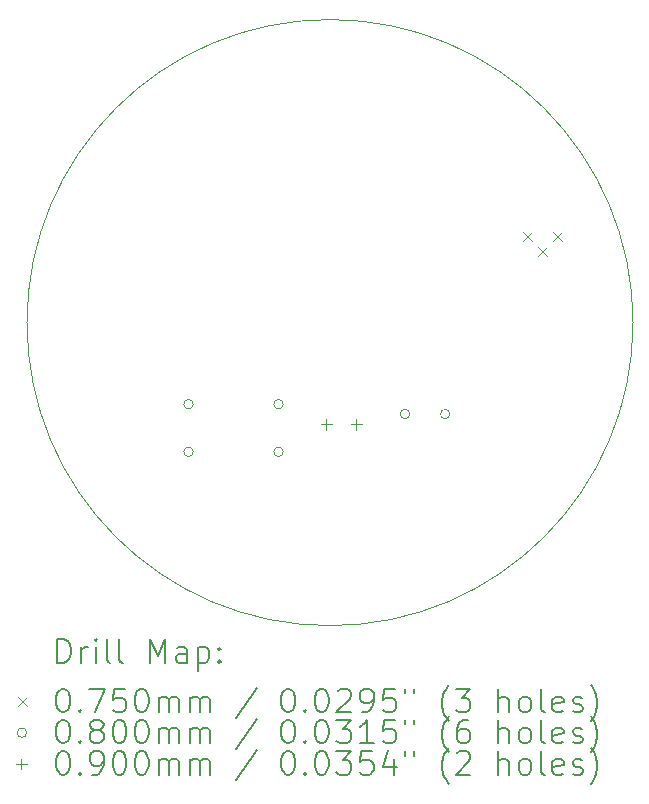
<source format=gbr>
%TF.GenerationSoftware,KiCad,Pcbnew,9.0.1*%
%TF.CreationDate,2025-06-30T22:23:46+05:30*%
%TF.ProjectId,solder,736f6c64-6572-42e6-9b69-6361645f7063,rev?*%
%TF.SameCoordinates,Original*%
%TF.FileFunction,Drillmap*%
%TF.FilePolarity,Positive*%
%FSLAX45Y45*%
G04 Gerber Fmt 4.5, Leading zero omitted, Abs format (unit mm)*
G04 Created by KiCad (PCBNEW 9.0.1) date 2025-06-30 22:23:46*
%MOMM*%
%LPD*%
G01*
G04 APERTURE LIST*
%ADD10C,0.050000*%
%ADD11C,0.200000*%
%ADD12C,0.100000*%
G04 APERTURE END LIST*
D10*
X15665638Y-7100000D02*
G75*
G02*
X10534362Y-7100000I-2565638J0D01*
G01*
X10534362Y-7100000D02*
G75*
G02*
X15665638Y-7100000I2565638J0D01*
G01*
D11*
D12*
X14735500Y-6335500D02*
X14810500Y-6410500D01*
X14810500Y-6335500D02*
X14735500Y-6410500D01*
X14862500Y-6462500D02*
X14937500Y-6537500D01*
X14937500Y-6462500D02*
X14862500Y-6537500D01*
X14989500Y-6335500D02*
X15064500Y-6410500D01*
X15064500Y-6335500D02*
X14989500Y-6410500D01*
X11942000Y-7790000D02*
G75*
G02*
X11862000Y-7790000I-40000J0D01*
G01*
X11862000Y-7790000D02*
G75*
G02*
X11942000Y-7790000I40000J0D01*
G01*
X11942000Y-8195000D02*
G75*
G02*
X11862000Y-8195000I-40000J0D01*
G01*
X11862000Y-8195000D02*
G75*
G02*
X11942000Y-8195000I40000J0D01*
G01*
X12704000Y-7790000D02*
G75*
G02*
X12624000Y-7790000I-40000J0D01*
G01*
X12624000Y-7790000D02*
G75*
G02*
X12704000Y-7790000I40000J0D01*
G01*
X12704000Y-8195000D02*
G75*
G02*
X12624000Y-8195000I-40000J0D01*
G01*
X12624000Y-8195000D02*
G75*
G02*
X12704000Y-8195000I40000J0D01*
G01*
X13775000Y-7875000D02*
G75*
G02*
X13695000Y-7875000I-40000J0D01*
G01*
X13695000Y-7875000D02*
G75*
G02*
X13775000Y-7875000I40000J0D01*
G01*
X14115000Y-7875000D02*
G75*
G02*
X14035000Y-7875000I-40000J0D01*
G01*
X14035000Y-7875000D02*
G75*
G02*
X14115000Y-7875000I40000J0D01*
G01*
X13068000Y-7916000D02*
X13068000Y-8006000D01*
X13023000Y-7961000D02*
X13113000Y-7961000D01*
X13322000Y-7916000D02*
X13322000Y-8006000D01*
X13277000Y-7961000D02*
X13367000Y-7961000D01*
D11*
X10792639Y-9979622D02*
X10792639Y-9779622D01*
X10792639Y-9779622D02*
X10840258Y-9779622D01*
X10840258Y-9779622D02*
X10868829Y-9789146D01*
X10868829Y-9789146D02*
X10887877Y-9808194D01*
X10887877Y-9808194D02*
X10897400Y-9827241D01*
X10897400Y-9827241D02*
X10906924Y-9865336D01*
X10906924Y-9865336D02*
X10906924Y-9893908D01*
X10906924Y-9893908D02*
X10897400Y-9932003D01*
X10897400Y-9932003D02*
X10887877Y-9951051D01*
X10887877Y-9951051D02*
X10868829Y-9970098D01*
X10868829Y-9970098D02*
X10840258Y-9979622D01*
X10840258Y-9979622D02*
X10792639Y-9979622D01*
X10992639Y-9979622D02*
X10992639Y-9846289D01*
X10992639Y-9884384D02*
X11002162Y-9865336D01*
X11002162Y-9865336D02*
X11011686Y-9855813D01*
X11011686Y-9855813D02*
X11030734Y-9846289D01*
X11030734Y-9846289D02*
X11049781Y-9846289D01*
X11116448Y-9979622D02*
X11116448Y-9846289D01*
X11116448Y-9779622D02*
X11106924Y-9789146D01*
X11106924Y-9789146D02*
X11116448Y-9798670D01*
X11116448Y-9798670D02*
X11125972Y-9789146D01*
X11125972Y-9789146D02*
X11116448Y-9779622D01*
X11116448Y-9779622D02*
X11116448Y-9798670D01*
X11240257Y-9979622D02*
X11221210Y-9970098D01*
X11221210Y-9970098D02*
X11211686Y-9951051D01*
X11211686Y-9951051D02*
X11211686Y-9779622D01*
X11345019Y-9979622D02*
X11325972Y-9970098D01*
X11325972Y-9970098D02*
X11316448Y-9951051D01*
X11316448Y-9951051D02*
X11316448Y-9779622D01*
X11573591Y-9979622D02*
X11573591Y-9779622D01*
X11573591Y-9779622D02*
X11640258Y-9922479D01*
X11640258Y-9922479D02*
X11706924Y-9779622D01*
X11706924Y-9779622D02*
X11706924Y-9979622D01*
X11887877Y-9979622D02*
X11887877Y-9874860D01*
X11887877Y-9874860D02*
X11878353Y-9855813D01*
X11878353Y-9855813D02*
X11859305Y-9846289D01*
X11859305Y-9846289D02*
X11821210Y-9846289D01*
X11821210Y-9846289D02*
X11802162Y-9855813D01*
X11887877Y-9970098D02*
X11868829Y-9979622D01*
X11868829Y-9979622D02*
X11821210Y-9979622D01*
X11821210Y-9979622D02*
X11802162Y-9970098D01*
X11802162Y-9970098D02*
X11792638Y-9951051D01*
X11792638Y-9951051D02*
X11792638Y-9932003D01*
X11792638Y-9932003D02*
X11802162Y-9912955D01*
X11802162Y-9912955D02*
X11821210Y-9903432D01*
X11821210Y-9903432D02*
X11868829Y-9903432D01*
X11868829Y-9903432D02*
X11887877Y-9893908D01*
X11983115Y-9846289D02*
X11983115Y-10046289D01*
X11983115Y-9855813D02*
X12002162Y-9846289D01*
X12002162Y-9846289D02*
X12040258Y-9846289D01*
X12040258Y-9846289D02*
X12059305Y-9855813D01*
X12059305Y-9855813D02*
X12068829Y-9865336D01*
X12068829Y-9865336D02*
X12078353Y-9884384D01*
X12078353Y-9884384D02*
X12078353Y-9941527D01*
X12078353Y-9941527D02*
X12068829Y-9960574D01*
X12068829Y-9960574D02*
X12059305Y-9970098D01*
X12059305Y-9970098D02*
X12040258Y-9979622D01*
X12040258Y-9979622D02*
X12002162Y-9979622D01*
X12002162Y-9979622D02*
X11983115Y-9970098D01*
X12164067Y-9960574D02*
X12173591Y-9970098D01*
X12173591Y-9970098D02*
X12164067Y-9979622D01*
X12164067Y-9979622D02*
X12154543Y-9970098D01*
X12154543Y-9970098D02*
X12164067Y-9960574D01*
X12164067Y-9960574D02*
X12164067Y-9979622D01*
X12164067Y-9855813D02*
X12173591Y-9865336D01*
X12173591Y-9865336D02*
X12164067Y-9874860D01*
X12164067Y-9874860D02*
X12154543Y-9865336D01*
X12154543Y-9865336D02*
X12164067Y-9855813D01*
X12164067Y-9855813D02*
X12164067Y-9874860D01*
D12*
X10456862Y-10270638D02*
X10531862Y-10345638D01*
X10531862Y-10270638D02*
X10456862Y-10345638D01*
D11*
X10830734Y-10199622D02*
X10849781Y-10199622D01*
X10849781Y-10199622D02*
X10868829Y-10209146D01*
X10868829Y-10209146D02*
X10878353Y-10218670D01*
X10878353Y-10218670D02*
X10887877Y-10237717D01*
X10887877Y-10237717D02*
X10897400Y-10275813D01*
X10897400Y-10275813D02*
X10897400Y-10323432D01*
X10897400Y-10323432D02*
X10887877Y-10361527D01*
X10887877Y-10361527D02*
X10878353Y-10380574D01*
X10878353Y-10380574D02*
X10868829Y-10390098D01*
X10868829Y-10390098D02*
X10849781Y-10399622D01*
X10849781Y-10399622D02*
X10830734Y-10399622D01*
X10830734Y-10399622D02*
X10811686Y-10390098D01*
X10811686Y-10390098D02*
X10802162Y-10380574D01*
X10802162Y-10380574D02*
X10792639Y-10361527D01*
X10792639Y-10361527D02*
X10783115Y-10323432D01*
X10783115Y-10323432D02*
X10783115Y-10275813D01*
X10783115Y-10275813D02*
X10792639Y-10237717D01*
X10792639Y-10237717D02*
X10802162Y-10218670D01*
X10802162Y-10218670D02*
X10811686Y-10209146D01*
X10811686Y-10209146D02*
X10830734Y-10199622D01*
X10983115Y-10380574D02*
X10992639Y-10390098D01*
X10992639Y-10390098D02*
X10983115Y-10399622D01*
X10983115Y-10399622D02*
X10973591Y-10390098D01*
X10973591Y-10390098D02*
X10983115Y-10380574D01*
X10983115Y-10380574D02*
X10983115Y-10399622D01*
X11059305Y-10199622D02*
X11192638Y-10199622D01*
X11192638Y-10199622D02*
X11106924Y-10399622D01*
X11364067Y-10199622D02*
X11268829Y-10199622D01*
X11268829Y-10199622D02*
X11259305Y-10294860D01*
X11259305Y-10294860D02*
X11268829Y-10285336D01*
X11268829Y-10285336D02*
X11287877Y-10275813D01*
X11287877Y-10275813D02*
X11335496Y-10275813D01*
X11335496Y-10275813D02*
X11354543Y-10285336D01*
X11354543Y-10285336D02*
X11364067Y-10294860D01*
X11364067Y-10294860D02*
X11373591Y-10313908D01*
X11373591Y-10313908D02*
X11373591Y-10361527D01*
X11373591Y-10361527D02*
X11364067Y-10380574D01*
X11364067Y-10380574D02*
X11354543Y-10390098D01*
X11354543Y-10390098D02*
X11335496Y-10399622D01*
X11335496Y-10399622D02*
X11287877Y-10399622D01*
X11287877Y-10399622D02*
X11268829Y-10390098D01*
X11268829Y-10390098D02*
X11259305Y-10380574D01*
X11497400Y-10199622D02*
X11516448Y-10199622D01*
X11516448Y-10199622D02*
X11535496Y-10209146D01*
X11535496Y-10209146D02*
X11545019Y-10218670D01*
X11545019Y-10218670D02*
X11554543Y-10237717D01*
X11554543Y-10237717D02*
X11564067Y-10275813D01*
X11564067Y-10275813D02*
X11564067Y-10323432D01*
X11564067Y-10323432D02*
X11554543Y-10361527D01*
X11554543Y-10361527D02*
X11545019Y-10380574D01*
X11545019Y-10380574D02*
X11535496Y-10390098D01*
X11535496Y-10390098D02*
X11516448Y-10399622D01*
X11516448Y-10399622D02*
X11497400Y-10399622D01*
X11497400Y-10399622D02*
X11478353Y-10390098D01*
X11478353Y-10390098D02*
X11468829Y-10380574D01*
X11468829Y-10380574D02*
X11459305Y-10361527D01*
X11459305Y-10361527D02*
X11449781Y-10323432D01*
X11449781Y-10323432D02*
X11449781Y-10275813D01*
X11449781Y-10275813D02*
X11459305Y-10237717D01*
X11459305Y-10237717D02*
X11468829Y-10218670D01*
X11468829Y-10218670D02*
X11478353Y-10209146D01*
X11478353Y-10209146D02*
X11497400Y-10199622D01*
X11649781Y-10399622D02*
X11649781Y-10266289D01*
X11649781Y-10285336D02*
X11659305Y-10275813D01*
X11659305Y-10275813D02*
X11678353Y-10266289D01*
X11678353Y-10266289D02*
X11706924Y-10266289D01*
X11706924Y-10266289D02*
X11725972Y-10275813D01*
X11725972Y-10275813D02*
X11735496Y-10294860D01*
X11735496Y-10294860D02*
X11735496Y-10399622D01*
X11735496Y-10294860D02*
X11745019Y-10275813D01*
X11745019Y-10275813D02*
X11764067Y-10266289D01*
X11764067Y-10266289D02*
X11792638Y-10266289D01*
X11792638Y-10266289D02*
X11811686Y-10275813D01*
X11811686Y-10275813D02*
X11821210Y-10294860D01*
X11821210Y-10294860D02*
X11821210Y-10399622D01*
X11916448Y-10399622D02*
X11916448Y-10266289D01*
X11916448Y-10285336D02*
X11925972Y-10275813D01*
X11925972Y-10275813D02*
X11945019Y-10266289D01*
X11945019Y-10266289D02*
X11973591Y-10266289D01*
X11973591Y-10266289D02*
X11992639Y-10275813D01*
X11992639Y-10275813D02*
X12002162Y-10294860D01*
X12002162Y-10294860D02*
X12002162Y-10399622D01*
X12002162Y-10294860D02*
X12011686Y-10275813D01*
X12011686Y-10275813D02*
X12030734Y-10266289D01*
X12030734Y-10266289D02*
X12059305Y-10266289D01*
X12059305Y-10266289D02*
X12078353Y-10275813D01*
X12078353Y-10275813D02*
X12087877Y-10294860D01*
X12087877Y-10294860D02*
X12087877Y-10399622D01*
X12478353Y-10190098D02*
X12306924Y-10447241D01*
X12735496Y-10199622D02*
X12754543Y-10199622D01*
X12754543Y-10199622D02*
X12773591Y-10209146D01*
X12773591Y-10209146D02*
X12783115Y-10218670D01*
X12783115Y-10218670D02*
X12792639Y-10237717D01*
X12792639Y-10237717D02*
X12802162Y-10275813D01*
X12802162Y-10275813D02*
X12802162Y-10323432D01*
X12802162Y-10323432D02*
X12792639Y-10361527D01*
X12792639Y-10361527D02*
X12783115Y-10380574D01*
X12783115Y-10380574D02*
X12773591Y-10390098D01*
X12773591Y-10390098D02*
X12754543Y-10399622D01*
X12754543Y-10399622D02*
X12735496Y-10399622D01*
X12735496Y-10399622D02*
X12716448Y-10390098D01*
X12716448Y-10390098D02*
X12706924Y-10380574D01*
X12706924Y-10380574D02*
X12697401Y-10361527D01*
X12697401Y-10361527D02*
X12687877Y-10323432D01*
X12687877Y-10323432D02*
X12687877Y-10275813D01*
X12687877Y-10275813D02*
X12697401Y-10237717D01*
X12697401Y-10237717D02*
X12706924Y-10218670D01*
X12706924Y-10218670D02*
X12716448Y-10209146D01*
X12716448Y-10209146D02*
X12735496Y-10199622D01*
X12887877Y-10380574D02*
X12897401Y-10390098D01*
X12897401Y-10390098D02*
X12887877Y-10399622D01*
X12887877Y-10399622D02*
X12878353Y-10390098D01*
X12878353Y-10390098D02*
X12887877Y-10380574D01*
X12887877Y-10380574D02*
X12887877Y-10399622D01*
X13021210Y-10199622D02*
X13040258Y-10199622D01*
X13040258Y-10199622D02*
X13059305Y-10209146D01*
X13059305Y-10209146D02*
X13068829Y-10218670D01*
X13068829Y-10218670D02*
X13078353Y-10237717D01*
X13078353Y-10237717D02*
X13087877Y-10275813D01*
X13087877Y-10275813D02*
X13087877Y-10323432D01*
X13087877Y-10323432D02*
X13078353Y-10361527D01*
X13078353Y-10361527D02*
X13068829Y-10380574D01*
X13068829Y-10380574D02*
X13059305Y-10390098D01*
X13059305Y-10390098D02*
X13040258Y-10399622D01*
X13040258Y-10399622D02*
X13021210Y-10399622D01*
X13021210Y-10399622D02*
X13002162Y-10390098D01*
X13002162Y-10390098D02*
X12992639Y-10380574D01*
X12992639Y-10380574D02*
X12983115Y-10361527D01*
X12983115Y-10361527D02*
X12973591Y-10323432D01*
X12973591Y-10323432D02*
X12973591Y-10275813D01*
X12973591Y-10275813D02*
X12983115Y-10237717D01*
X12983115Y-10237717D02*
X12992639Y-10218670D01*
X12992639Y-10218670D02*
X13002162Y-10209146D01*
X13002162Y-10209146D02*
X13021210Y-10199622D01*
X13164067Y-10218670D02*
X13173591Y-10209146D01*
X13173591Y-10209146D02*
X13192639Y-10199622D01*
X13192639Y-10199622D02*
X13240258Y-10199622D01*
X13240258Y-10199622D02*
X13259305Y-10209146D01*
X13259305Y-10209146D02*
X13268829Y-10218670D01*
X13268829Y-10218670D02*
X13278353Y-10237717D01*
X13278353Y-10237717D02*
X13278353Y-10256765D01*
X13278353Y-10256765D02*
X13268829Y-10285336D01*
X13268829Y-10285336D02*
X13154543Y-10399622D01*
X13154543Y-10399622D02*
X13278353Y-10399622D01*
X13373591Y-10399622D02*
X13411686Y-10399622D01*
X13411686Y-10399622D02*
X13430734Y-10390098D01*
X13430734Y-10390098D02*
X13440258Y-10380574D01*
X13440258Y-10380574D02*
X13459305Y-10352003D01*
X13459305Y-10352003D02*
X13468829Y-10313908D01*
X13468829Y-10313908D02*
X13468829Y-10237717D01*
X13468829Y-10237717D02*
X13459305Y-10218670D01*
X13459305Y-10218670D02*
X13449782Y-10209146D01*
X13449782Y-10209146D02*
X13430734Y-10199622D01*
X13430734Y-10199622D02*
X13392639Y-10199622D01*
X13392639Y-10199622D02*
X13373591Y-10209146D01*
X13373591Y-10209146D02*
X13364067Y-10218670D01*
X13364067Y-10218670D02*
X13354543Y-10237717D01*
X13354543Y-10237717D02*
X13354543Y-10285336D01*
X13354543Y-10285336D02*
X13364067Y-10304384D01*
X13364067Y-10304384D02*
X13373591Y-10313908D01*
X13373591Y-10313908D02*
X13392639Y-10323432D01*
X13392639Y-10323432D02*
X13430734Y-10323432D01*
X13430734Y-10323432D02*
X13449782Y-10313908D01*
X13449782Y-10313908D02*
X13459305Y-10304384D01*
X13459305Y-10304384D02*
X13468829Y-10285336D01*
X13649782Y-10199622D02*
X13554543Y-10199622D01*
X13554543Y-10199622D02*
X13545020Y-10294860D01*
X13545020Y-10294860D02*
X13554543Y-10285336D01*
X13554543Y-10285336D02*
X13573591Y-10275813D01*
X13573591Y-10275813D02*
X13621210Y-10275813D01*
X13621210Y-10275813D02*
X13640258Y-10285336D01*
X13640258Y-10285336D02*
X13649782Y-10294860D01*
X13649782Y-10294860D02*
X13659305Y-10313908D01*
X13659305Y-10313908D02*
X13659305Y-10361527D01*
X13659305Y-10361527D02*
X13649782Y-10380574D01*
X13649782Y-10380574D02*
X13640258Y-10390098D01*
X13640258Y-10390098D02*
X13621210Y-10399622D01*
X13621210Y-10399622D02*
X13573591Y-10399622D01*
X13573591Y-10399622D02*
X13554543Y-10390098D01*
X13554543Y-10390098D02*
X13545020Y-10380574D01*
X13735496Y-10199622D02*
X13735496Y-10237717D01*
X13811686Y-10199622D02*
X13811686Y-10237717D01*
X14106925Y-10475813D02*
X14097401Y-10466289D01*
X14097401Y-10466289D02*
X14078353Y-10437717D01*
X14078353Y-10437717D02*
X14068829Y-10418670D01*
X14068829Y-10418670D02*
X14059305Y-10390098D01*
X14059305Y-10390098D02*
X14049782Y-10342479D01*
X14049782Y-10342479D02*
X14049782Y-10304384D01*
X14049782Y-10304384D02*
X14059305Y-10256765D01*
X14059305Y-10256765D02*
X14068829Y-10228194D01*
X14068829Y-10228194D02*
X14078353Y-10209146D01*
X14078353Y-10209146D02*
X14097401Y-10180574D01*
X14097401Y-10180574D02*
X14106925Y-10171051D01*
X14164067Y-10199622D02*
X14287877Y-10199622D01*
X14287877Y-10199622D02*
X14221210Y-10275813D01*
X14221210Y-10275813D02*
X14249782Y-10275813D01*
X14249782Y-10275813D02*
X14268829Y-10285336D01*
X14268829Y-10285336D02*
X14278353Y-10294860D01*
X14278353Y-10294860D02*
X14287877Y-10313908D01*
X14287877Y-10313908D02*
X14287877Y-10361527D01*
X14287877Y-10361527D02*
X14278353Y-10380574D01*
X14278353Y-10380574D02*
X14268829Y-10390098D01*
X14268829Y-10390098D02*
X14249782Y-10399622D01*
X14249782Y-10399622D02*
X14192639Y-10399622D01*
X14192639Y-10399622D02*
X14173591Y-10390098D01*
X14173591Y-10390098D02*
X14164067Y-10380574D01*
X14525972Y-10399622D02*
X14525972Y-10199622D01*
X14611686Y-10399622D02*
X14611686Y-10294860D01*
X14611686Y-10294860D02*
X14602163Y-10275813D01*
X14602163Y-10275813D02*
X14583115Y-10266289D01*
X14583115Y-10266289D02*
X14554544Y-10266289D01*
X14554544Y-10266289D02*
X14535496Y-10275813D01*
X14535496Y-10275813D02*
X14525972Y-10285336D01*
X14735496Y-10399622D02*
X14716448Y-10390098D01*
X14716448Y-10390098D02*
X14706925Y-10380574D01*
X14706925Y-10380574D02*
X14697401Y-10361527D01*
X14697401Y-10361527D02*
X14697401Y-10304384D01*
X14697401Y-10304384D02*
X14706925Y-10285336D01*
X14706925Y-10285336D02*
X14716448Y-10275813D01*
X14716448Y-10275813D02*
X14735496Y-10266289D01*
X14735496Y-10266289D02*
X14764067Y-10266289D01*
X14764067Y-10266289D02*
X14783115Y-10275813D01*
X14783115Y-10275813D02*
X14792639Y-10285336D01*
X14792639Y-10285336D02*
X14802163Y-10304384D01*
X14802163Y-10304384D02*
X14802163Y-10361527D01*
X14802163Y-10361527D02*
X14792639Y-10380574D01*
X14792639Y-10380574D02*
X14783115Y-10390098D01*
X14783115Y-10390098D02*
X14764067Y-10399622D01*
X14764067Y-10399622D02*
X14735496Y-10399622D01*
X14916448Y-10399622D02*
X14897401Y-10390098D01*
X14897401Y-10390098D02*
X14887877Y-10371051D01*
X14887877Y-10371051D02*
X14887877Y-10199622D01*
X15068829Y-10390098D02*
X15049782Y-10399622D01*
X15049782Y-10399622D02*
X15011686Y-10399622D01*
X15011686Y-10399622D02*
X14992639Y-10390098D01*
X14992639Y-10390098D02*
X14983115Y-10371051D01*
X14983115Y-10371051D02*
X14983115Y-10294860D01*
X14983115Y-10294860D02*
X14992639Y-10275813D01*
X14992639Y-10275813D02*
X15011686Y-10266289D01*
X15011686Y-10266289D02*
X15049782Y-10266289D01*
X15049782Y-10266289D02*
X15068829Y-10275813D01*
X15068829Y-10275813D02*
X15078353Y-10294860D01*
X15078353Y-10294860D02*
X15078353Y-10313908D01*
X15078353Y-10313908D02*
X14983115Y-10332955D01*
X15154544Y-10390098D02*
X15173591Y-10399622D01*
X15173591Y-10399622D02*
X15211686Y-10399622D01*
X15211686Y-10399622D02*
X15230734Y-10390098D01*
X15230734Y-10390098D02*
X15240258Y-10371051D01*
X15240258Y-10371051D02*
X15240258Y-10361527D01*
X15240258Y-10361527D02*
X15230734Y-10342479D01*
X15230734Y-10342479D02*
X15211686Y-10332955D01*
X15211686Y-10332955D02*
X15183115Y-10332955D01*
X15183115Y-10332955D02*
X15164067Y-10323432D01*
X15164067Y-10323432D02*
X15154544Y-10304384D01*
X15154544Y-10304384D02*
X15154544Y-10294860D01*
X15154544Y-10294860D02*
X15164067Y-10275813D01*
X15164067Y-10275813D02*
X15183115Y-10266289D01*
X15183115Y-10266289D02*
X15211686Y-10266289D01*
X15211686Y-10266289D02*
X15230734Y-10275813D01*
X15306925Y-10475813D02*
X15316448Y-10466289D01*
X15316448Y-10466289D02*
X15335496Y-10437717D01*
X15335496Y-10437717D02*
X15345020Y-10418670D01*
X15345020Y-10418670D02*
X15354544Y-10390098D01*
X15354544Y-10390098D02*
X15364067Y-10342479D01*
X15364067Y-10342479D02*
X15364067Y-10304384D01*
X15364067Y-10304384D02*
X15354544Y-10256765D01*
X15354544Y-10256765D02*
X15345020Y-10228194D01*
X15345020Y-10228194D02*
X15335496Y-10209146D01*
X15335496Y-10209146D02*
X15316448Y-10180574D01*
X15316448Y-10180574D02*
X15306925Y-10171051D01*
D12*
X10531862Y-10572138D02*
G75*
G02*
X10451862Y-10572138I-40000J0D01*
G01*
X10451862Y-10572138D02*
G75*
G02*
X10531862Y-10572138I40000J0D01*
G01*
D11*
X10830734Y-10463622D02*
X10849781Y-10463622D01*
X10849781Y-10463622D02*
X10868829Y-10473146D01*
X10868829Y-10473146D02*
X10878353Y-10482670D01*
X10878353Y-10482670D02*
X10887877Y-10501717D01*
X10887877Y-10501717D02*
X10897400Y-10539813D01*
X10897400Y-10539813D02*
X10897400Y-10587432D01*
X10897400Y-10587432D02*
X10887877Y-10625527D01*
X10887877Y-10625527D02*
X10878353Y-10644574D01*
X10878353Y-10644574D02*
X10868829Y-10654098D01*
X10868829Y-10654098D02*
X10849781Y-10663622D01*
X10849781Y-10663622D02*
X10830734Y-10663622D01*
X10830734Y-10663622D02*
X10811686Y-10654098D01*
X10811686Y-10654098D02*
X10802162Y-10644574D01*
X10802162Y-10644574D02*
X10792639Y-10625527D01*
X10792639Y-10625527D02*
X10783115Y-10587432D01*
X10783115Y-10587432D02*
X10783115Y-10539813D01*
X10783115Y-10539813D02*
X10792639Y-10501717D01*
X10792639Y-10501717D02*
X10802162Y-10482670D01*
X10802162Y-10482670D02*
X10811686Y-10473146D01*
X10811686Y-10473146D02*
X10830734Y-10463622D01*
X10983115Y-10644574D02*
X10992639Y-10654098D01*
X10992639Y-10654098D02*
X10983115Y-10663622D01*
X10983115Y-10663622D02*
X10973591Y-10654098D01*
X10973591Y-10654098D02*
X10983115Y-10644574D01*
X10983115Y-10644574D02*
X10983115Y-10663622D01*
X11106924Y-10549336D02*
X11087877Y-10539813D01*
X11087877Y-10539813D02*
X11078353Y-10530289D01*
X11078353Y-10530289D02*
X11068829Y-10511241D01*
X11068829Y-10511241D02*
X11068829Y-10501717D01*
X11068829Y-10501717D02*
X11078353Y-10482670D01*
X11078353Y-10482670D02*
X11087877Y-10473146D01*
X11087877Y-10473146D02*
X11106924Y-10463622D01*
X11106924Y-10463622D02*
X11145020Y-10463622D01*
X11145020Y-10463622D02*
X11164067Y-10473146D01*
X11164067Y-10473146D02*
X11173591Y-10482670D01*
X11173591Y-10482670D02*
X11183115Y-10501717D01*
X11183115Y-10501717D02*
X11183115Y-10511241D01*
X11183115Y-10511241D02*
X11173591Y-10530289D01*
X11173591Y-10530289D02*
X11164067Y-10539813D01*
X11164067Y-10539813D02*
X11145020Y-10549336D01*
X11145020Y-10549336D02*
X11106924Y-10549336D01*
X11106924Y-10549336D02*
X11087877Y-10558860D01*
X11087877Y-10558860D02*
X11078353Y-10568384D01*
X11078353Y-10568384D02*
X11068829Y-10587432D01*
X11068829Y-10587432D02*
X11068829Y-10625527D01*
X11068829Y-10625527D02*
X11078353Y-10644574D01*
X11078353Y-10644574D02*
X11087877Y-10654098D01*
X11087877Y-10654098D02*
X11106924Y-10663622D01*
X11106924Y-10663622D02*
X11145020Y-10663622D01*
X11145020Y-10663622D02*
X11164067Y-10654098D01*
X11164067Y-10654098D02*
X11173591Y-10644574D01*
X11173591Y-10644574D02*
X11183115Y-10625527D01*
X11183115Y-10625527D02*
X11183115Y-10587432D01*
X11183115Y-10587432D02*
X11173591Y-10568384D01*
X11173591Y-10568384D02*
X11164067Y-10558860D01*
X11164067Y-10558860D02*
X11145020Y-10549336D01*
X11306924Y-10463622D02*
X11325972Y-10463622D01*
X11325972Y-10463622D02*
X11345019Y-10473146D01*
X11345019Y-10473146D02*
X11354543Y-10482670D01*
X11354543Y-10482670D02*
X11364067Y-10501717D01*
X11364067Y-10501717D02*
X11373591Y-10539813D01*
X11373591Y-10539813D02*
X11373591Y-10587432D01*
X11373591Y-10587432D02*
X11364067Y-10625527D01*
X11364067Y-10625527D02*
X11354543Y-10644574D01*
X11354543Y-10644574D02*
X11345019Y-10654098D01*
X11345019Y-10654098D02*
X11325972Y-10663622D01*
X11325972Y-10663622D02*
X11306924Y-10663622D01*
X11306924Y-10663622D02*
X11287877Y-10654098D01*
X11287877Y-10654098D02*
X11278353Y-10644574D01*
X11278353Y-10644574D02*
X11268829Y-10625527D01*
X11268829Y-10625527D02*
X11259305Y-10587432D01*
X11259305Y-10587432D02*
X11259305Y-10539813D01*
X11259305Y-10539813D02*
X11268829Y-10501717D01*
X11268829Y-10501717D02*
X11278353Y-10482670D01*
X11278353Y-10482670D02*
X11287877Y-10473146D01*
X11287877Y-10473146D02*
X11306924Y-10463622D01*
X11497400Y-10463622D02*
X11516448Y-10463622D01*
X11516448Y-10463622D02*
X11535496Y-10473146D01*
X11535496Y-10473146D02*
X11545019Y-10482670D01*
X11545019Y-10482670D02*
X11554543Y-10501717D01*
X11554543Y-10501717D02*
X11564067Y-10539813D01*
X11564067Y-10539813D02*
X11564067Y-10587432D01*
X11564067Y-10587432D02*
X11554543Y-10625527D01*
X11554543Y-10625527D02*
X11545019Y-10644574D01*
X11545019Y-10644574D02*
X11535496Y-10654098D01*
X11535496Y-10654098D02*
X11516448Y-10663622D01*
X11516448Y-10663622D02*
X11497400Y-10663622D01*
X11497400Y-10663622D02*
X11478353Y-10654098D01*
X11478353Y-10654098D02*
X11468829Y-10644574D01*
X11468829Y-10644574D02*
X11459305Y-10625527D01*
X11459305Y-10625527D02*
X11449781Y-10587432D01*
X11449781Y-10587432D02*
X11449781Y-10539813D01*
X11449781Y-10539813D02*
X11459305Y-10501717D01*
X11459305Y-10501717D02*
X11468829Y-10482670D01*
X11468829Y-10482670D02*
X11478353Y-10473146D01*
X11478353Y-10473146D02*
X11497400Y-10463622D01*
X11649781Y-10663622D02*
X11649781Y-10530289D01*
X11649781Y-10549336D02*
X11659305Y-10539813D01*
X11659305Y-10539813D02*
X11678353Y-10530289D01*
X11678353Y-10530289D02*
X11706924Y-10530289D01*
X11706924Y-10530289D02*
X11725972Y-10539813D01*
X11725972Y-10539813D02*
X11735496Y-10558860D01*
X11735496Y-10558860D02*
X11735496Y-10663622D01*
X11735496Y-10558860D02*
X11745019Y-10539813D01*
X11745019Y-10539813D02*
X11764067Y-10530289D01*
X11764067Y-10530289D02*
X11792638Y-10530289D01*
X11792638Y-10530289D02*
X11811686Y-10539813D01*
X11811686Y-10539813D02*
X11821210Y-10558860D01*
X11821210Y-10558860D02*
X11821210Y-10663622D01*
X11916448Y-10663622D02*
X11916448Y-10530289D01*
X11916448Y-10549336D02*
X11925972Y-10539813D01*
X11925972Y-10539813D02*
X11945019Y-10530289D01*
X11945019Y-10530289D02*
X11973591Y-10530289D01*
X11973591Y-10530289D02*
X11992639Y-10539813D01*
X11992639Y-10539813D02*
X12002162Y-10558860D01*
X12002162Y-10558860D02*
X12002162Y-10663622D01*
X12002162Y-10558860D02*
X12011686Y-10539813D01*
X12011686Y-10539813D02*
X12030734Y-10530289D01*
X12030734Y-10530289D02*
X12059305Y-10530289D01*
X12059305Y-10530289D02*
X12078353Y-10539813D01*
X12078353Y-10539813D02*
X12087877Y-10558860D01*
X12087877Y-10558860D02*
X12087877Y-10663622D01*
X12478353Y-10454098D02*
X12306924Y-10711241D01*
X12735496Y-10463622D02*
X12754543Y-10463622D01*
X12754543Y-10463622D02*
X12773591Y-10473146D01*
X12773591Y-10473146D02*
X12783115Y-10482670D01*
X12783115Y-10482670D02*
X12792639Y-10501717D01*
X12792639Y-10501717D02*
X12802162Y-10539813D01*
X12802162Y-10539813D02*
X12802162Y-10587432D01*
X12802162Y-10587432D02*
X12792639Y-10625527D01*
X12792639Y-10625527D02*
X12783115Y-10644574D01*
X12783115Y-10644574D02*
X12773591Y-10654098D01*
X12773591Y-10654098D02*
X12754543Y-10663622D01*
X12754543Y-10663622D02*
X12735496Y-10663622D01*
X12735496Y-10663622D02*
X12716448Y-10654098D01*
X12716448Y-10654098D02*
X12706924Y-10644574D01*
X12706924Y-10644574D02*
X12697401Y-10625527D01*
X12697401Y-10625527D02*
X12687877Y-10587432D01*
X12687877Y-10587432D02*
X12687877Y-10539813D01*
X12687877Y-10539813D02*
X12697401Y-10501717D01*
X12697401Y-10501717D02*
X12706924Y-10482670D01*
X12706924Y-10482670D02*
X12716448Y-10473146D01*
X12716448Y-10473146D02*
X12735496Y-10463622D01*
X12887877Y-10644574D02*
X12897401Y-10654098D01*
X12897401Y-10654098D02*
X12887877Y-10663622D01*
X12887877Y-10663622D02*
X12878353Y-10654098D01*
X12878353Y-10654098D02*
X12887877Y-10644574D01*
X12887877Y-10644574D02*
X12887877Y-10663622D01*
X13021210Y-10463622D02*
X13040258Y-10463622D01*
X13040258Y-10463622D02*
X13059305Y-10473146D01*
X13059305Y-10473146D02*
X13068829Y-10482670D01*
X13068829Y-10482670D02*
X13078353Y-10501717D01*
X13078353Y-10501717D02*
X13087877Y-10539813D01*
X13087877Y-10539813D02*
X13087877Y-10587432D01*
X13087877Y-10587432D02*
X13078353Y-10625527D01*
X13078353Y-10625527D02*
X13068829Y-10644574D01*
X13068829Y-10644574D02*
X13059305Y-10654098D01*
X13059305Y-10654098D02*
X13040258Y-10663622D01*
X13040258Y-10663622D02*
X13021210Y-10663622D01*
X13021210Y-10663622D02*
X13002162Y-10654098D01*
X13002162Y-10654098D02*
X12992639Y-10644574D01*
X12992639Y-10644574D02*
X12983115Y-10625527D01*
X12983115Y-10625527D02*
X12973591Y-10587432D01*
X12973591Y-10587432D02*
X12973591Y-10539813D01*
X12973591Y-10539813D02*
X12983115Y-10501717D01*
X12983115Y-10501717D02*
X12992639Y-10482670D01*
X12992639Y-10482670D02*
X13002162Y-10473146D01*
X13002162Y-10473146D02*
X13021210Y-10463622D01*
X13154543Y-10463622D02*
X13278353Y-10463622D01*
X13278353Y-10463622D02*
X13211686Y-10539813D01*
X13211686Y-10539813D02*
X13240258Y-10539813D01*
X13240258Y-10539813D02*
X13259305Y-10549336D01*
X13259305Y-10549336D02*
X13268829Y-10558860D01*
X13268829Y-10558860D02*
X13278353Y-10577908D01*
X13278353Y-10577908D02*
X13278353Y-10625527D01*
X13278353Y-10625527D02*
X13268829Y-10644574D01*
X13268829Y-10644574D02*
X13259305Y-10654098D01*
X13259305Y-10654098D02*
X13240258Y-10663622D01*
X13240258Y-10663622D02*
X13183115Y-10663622D01*
X13183115Y-10663622D02*
X13164067Y-10654098D01*
X13164067Y-10654098D02*
X13154543Y-10644574D01*
X13468829Y-10663622D02*
X13354543Y-10663622D01*
X13411686Y-10663622D02*
X13411686Y-10463622D01*
X13411686Y-10463622D02*
X13392639Y-10492194D01*
X13392639Y-10492194D02*
X13373591Y-10511241D01*
X13373591Y-10511241D02*
X13354543Y-10520765D01*
X13649782Y-10463622D02*
X13554543Y-10463622D01*
X13554543Y-10463622D02*
X13545020Y-10558860D01*
X13545020Y-10558860D02*
X13554543Y-10549336D01*
X13554543Y-10549336D02*
X13573591Y-10539813D01*
X13573591Y-10539813D02*
X13621210Y-10539813D01*
X13621210Y-10539813D02*
X13640258Y-10549336D01*
X13640258Y-10549336D02*
X13649782Y-10558860D01*
X13649782Y-10558860D02*
X13659305Y-10577908D01*
X13659305Y-10577908D02*
X13659305Y-10625527D01*
X13659305Y-10625527D02*
X13649782Y-10644574D01*
X13649782Y-10644574D02*
X13640258Y-10654098D01*
X13640258Y-10654098D02*
X13621210Y-10663622D01*
X13621210Y-10663622D02*
X13573591Y-10663622D01*
X13573591Y-10663622D02*
X13554543Y-10654098D01*
X13554543Y-10654098D02*
X13545020Y-10644574D01*
X13735496Y-10463622D02*
X13735496Y-10501717D01*
X13811686Y-10463622D02*
X13811686Y-10501717D01*
X14106925Y-10739813D02*
X14097401Y-10730289D01*
X14097401Y-10730289D02*
X14078353Y-10701717D01*
X14078353Y-10701717D02*
X14068829Y-10682670D01*
X14068829Y-10682670D02*
X14059305Y-10654098D01*
X14059305Y-10654098D02*
X14049782Y-10606479D01*
X14049782Y-10606479D02*
X14049782Y-10568384D01*
X14049782Y-10568384D02*
X14059305Y-10520765D01*
X14059305Y-10520765D02*
X14068829Y-10492194D01*
X14068829Y-10492194D02*
X14078353Y-10473146D01*
X14078353Y-10473146D02*
X14097401Y-10444574D01*
X14097401Y-10444574D02*
X14106925Y-10435051D01*
X14268829Y-10463622D02*
X14230734Y-10463622D01*
X14230734Y-10463622D02*
X14211686Y-10473146D01*
X14211686Y-10473146D02*
X14202163Y-10482670D01*
X14202163Y-10482670D02*
X14183115Y-10511241D01*
X14183115Y-10511241D02*
X14173591Y-10549336D01*
X14173591Y-10549336D02*
X14173591Y-10625527D01*
X14173591Y-10625527D02*
X14183115Y-10644574D01*
X14183115Y-10644574D02*
X14192639Y-10654098D01*
X14192639Y-10654098D02*
X14211686Y-10663622D01*
X14211686Y-10663622D02*
X14249782Y-10663622D01*
X14249782Y-10663622D02*
X14268829Y-10654098D01*
X14268829Y-10654098D02*
X14278353Y-10644574D01*
X14278353Y-10644574D02*
X14287877Y-10625527D01*
X14287877Y-10625527D02*
X14287877Y-10577908D01*
X14287877Y-10577908D02*
X14278353Y-10558860D01*
X14278353Y-10558860D02*
X14268829Y-10549336D01*
X14268829Y-10549336D02*
X14249782Y-10539813D01*
X14249782Y-10539813D02*
X14211686Y-10539813D01*
X14211686Y-10539813D02*
X14192639Y-10549336D01*
X14192639Y-10549336D02*
X14183115Y-10558860D01*
X14183115Y-10558860D02*
X14173591Y-10577908D01*
X14525972Y-10663622D02*
X14525972Y-10463622D01*
X14611686Y-10663622D02*
X14611686Y-10558860D01*
X14611686Y-10558860D02*
X14602163Y-10539813D01*
X14602163Y-10539813D02*
X14583115Y-10530289D01*
X14583115Y-10530289D02*
X14554544Y-10530289D01*
X14554544Y-10530289D02*
X14535496Y-10539813D01*
X14535496Y-10539813D02*
X14525972Y-10549336D01*
X14735496Y-10663622D02*
X14716448Y-10654098D01*
X14716448Y-10654098D02*
X14706925Y-10644574D01*
X14706925Y-10644574D02*
X14697401Y-10625527D01*
X14697401Y-10625527D02*
X14697401Y-10568384D01*
X14697401Y-10568384D02*
X14706925Y-10549336D01*
X14706925Y-10549336D02*
X14716448Y-10539813D01*
X14716448Y-10539813D02*
X14735496Y-10530289D01*
X14735496Y-10530289D02*
X14764067Y-10530289D01*
X14764067Y-10530289D02*
X14783115Y-10539813D01*
X14783115Y-10539813D02*
X14792639Y-10549336D01*
X14792639Y-10549336D02*
X14802163Y-10568384D01*
X14802163Y-10568384D02*
X14802163Y-10625527D01*
X14802163Y-10625527D02*
X14792639Y-10644574D01*
X14792639Y-10644574D02*
X14783115Y-10654098D01*
X14783115Y-10654098D02*
X14764067Y-10663622D01*
X14764067Y-10663622D02*
X14735496Y-10663622D01*
X14916448Y-10663622D02*
X14897401Y-10654098D01*
X14897401Y-10654098D02*
X14887877Y-10635051D01*
X14887877Y-10635051D02*
X14887877Y-10463622D01*
X15068829Y-10654098D02*
X15049782Y-10663622D01*
X15049782Y-10663622D02*
X15011686Y-10663622D01*
X15011686Y-10663622D02*
X14992639Y-10654098D01*
X14992639Y-10654098D02*
X14983115Y-10635051D01*
X14983115Y-10635051D02*
X14983115Y-10558860D01*
X14983115Y-10558860D02*
X14992639Y-10539813D01*
X14992639Y-10539813D02*
X15011686Y-10530289D01*
X15011686Y-10530289D02*
X15049782Y-10530289D01*
X15049782Y-10530289D02*
X15068829Y-10539813D01*
X15068829Y-10539813D02*
X15078353Y-10558860D01*
X15078353Y-10558860D02*
X15078353Y-10577908D01*
X15078353Y-10577908D02*
X14983115Y-10596955D01*
X15154544Y-10654098D02*
X15173591Y-10663622D01*
X15173591Y-10663622D02*
X15211686Y-10663622D01*
X15211686Y-10663622D02*
X15230734Y-10654098D01*
X15230734Y-10654098D02*
X15240258Y-10635051D01*
X15240258Y-10635051D02*
X15240258Y-10625527D01*
X15240258Y-10625527D02*
X15230734Y-10606479D01*
X15230734Y-10606479D02*
X15211686Y-10596955D01*
X15211686Y-10596955D02*
X15183115Y-10596955D01*
X15183115Y-10596955D02*
X15164067Y-10587432D01*
X15164067Y-10587432D02*
X15154544Y-10568384D01*
X15154544Y-10568384D02*
X15154544Y-10558860D01*
X15154544Y-10558860D02*
X15164067Y-10539813D01*
X15164067Y-10539813D02*
X15183115Y-10530289D01*
X15183115Y-10530289D02*
X15211686Y-10530289D01*
X15211686Y-10530289D02*
X15230734Y-10539813D01*
X15306925Y-10739813D02*
X15316448Y-10730289D01*
X15316448Y-10730289D02*
X15335496Y-10701717D01*
X15335496Y-10701717D02*
X15345020Y-10682670D01*
X15345020Y-10682670D02*
X15354544Y-10654098D01*
X15354544Y-10654098D02*
X15364067Y-10606479D01*
X15364067Y-10606479D02*
X15364067Y-10568384D01*
X15364067Y-10568384D02*
X15354544Y-10520765D01*
X15354544Y-10520765D02*
X15345020Y-10492194D01*
X15345020Y-10492194D02*
X15335496Y-10473146D01*
X15335496Y-10473146D02*
X15316448Y-10444574D01*
X15316448Y-10444574D02*
X15306925Y-10435051D01*
D12*
X10486862Y-10791138D02*
X10486862Y-10881138D01*
X10441862Y-10836138D02*
X10531862Y-10836138D01*
D11*
X10830734Y-10727622D02*
X10849781Y-10727622D01*
X10849781Y-10727622D02*
X10868829Y-10737146D01*
X10868829Y-10737146D02*
X10878353Y-10746670D01*
X10878353Y-10746670D02*
X10887877Y-10765717D01*
X10887877Y-10765717D02*
X10897400Y-10803813D01*
X10897400Y-10803813D02*
X10897400Y-10851432D01*
X10897400Y-10851432D02*
X10887877Y-10889527D01*
X10887877Y-10889527D02*
X10878353Y-10908574D01*
X10878353Y-10908574D02*
X10868829Y-10918098D01*
X10868829Y-10918098D02*
X10849781Y-10927622D01*
X10849781Y-10927622D02*
X10830734Y-10927622D01*
X10830734Y-10927622D02*
X10811686Y-10918098D01*
X10811686Y-10918098D02*
X10802162Y-10908574D01*
X10802162Y-10908574D02*
X10792639Y-10889527D01*
X10792639Y-10889527D02*
X10783115Y-10851432D01*
X10783115Y-10851432D02*
X10783115Y-10803813D01*
X10783115Y-10803813D02*
X10792639Y-10765717D01*
X10792639Y-10765717D02*
X10802162Y-10746670D01*
X10802162Y-10746670D02*
X10811686Y-10737146D01*
X10811686Y-10737146D02*
X10830734Y-10727622D01*
X10983115Y-10908574D02*
X10992639Y-10918098D01*
X10992639Y-10918098D02*
X10983115Y-10927622D01*
X10983115Y-10927622D02*
X10973591Y-10918098D01*
X10973591Y-10918098D02*
X10983115Y-10908574D01*
X10983115Y-10908574D02*
X10983115Y-10927622D01*
X11087877Y-10927622D02*
X11125972Y-10927622D01*
X11125972Y-10927622D02*
X11145020Y-10918098D01*
X11145020Y-10918098D02*
X11154543Y-10908574D01*
X11154543Y-10908574D02*
X11173591Y-10880003D01*
X11173591Y-10880003D02*
X11183115Y-10841908D01*
X11183115Y-10841908D02*
X11183115Y-10765717D01*
X11183115Y-10765717D02*
X11173591Y-10746670D01*
X11173591Y-10746670D02*
X11164067Y-10737146D01*
X11164067Y-10737146D02*
X11145020Y-10727622D01*
X11145020Y-10727622D02*
X11106924Y-10727622D01*
X11106924Y-10727622D02*
X11087877Y-10737146D01*
X11087877Y-10737146D02*
X11078353Y-10746670D01*
X11078353Y-10746670D02*
X11068829Y-10765717D01*
X11068829Y-10765717D02*
X11068829Y-10813336D01*
X11068829Y-10813336D02*
X11078353Y-10832384D01*
X11078353Y-10832384D02*
X11087877Y-10841908D01*
X11087877Y-10841908D02*
X11106924Y-10851432D01*
X11106924Y-10851432D02*
X11145020Y-10851432D01*
X11145020Y-10851432D02*
X11164067Y-10841908D01*
X11164067Y-10841908D02*
X11173591Y-10832384D01*
X11173591Y-10832384D02*
X11183115Y-10813336D01*
X11306924Y-10727622D02*
X11325972Y-10727622D01*
X11325972Y-10727622D02*
X11345019Y-10737146D01*
X11345019Y-10737146D02*
X11354543Y-10746670D01*
X11354543Y-10746670D02*
X11364067Y-10765717D01*
X11364067Y-10765717D02*
X11373591Y-10803813D01*
X11373591Y-10803813D02*
X11373591Y-10851432D01*
X11373591Y-10851432D02*
X11364067Y-10889527D01*
X11364067Y-10889527D02*
X11354543Y-10908574D01*
X11354543Y-10908574D02*
X11345019Y-10918098D01*
X11345019Y-10918098D02*
X11325972Y-10927622D01*
X11325972Y-10927622D02*
X11306924Y-10927622D01*
X11306924Y-10927622D02*
X11287877Y-10918098D01*
X11287877Y-10918098D02*
X11278353Y-10908574D01*
X11278353Y-10908574D02*
X11268829Y-10889527D01*
X11268829Y-10889527D02*
X11259305Y-10851432D01*
X11259305Y-10851432D02*
X11259305Y-10803813D01*
X11259305Y-10803813D02*
X11268829Y-10765717D01*
X11268829Y-10765717D02*
X11278353Y-10746670D01*
X11278353Y-10746670D02*
X11287877Y-10737146D01*
X11287877Y-10737146D02*
X11306924Y-10727622D01*
X11497400Y-10727622D02*
X11516448Y-10727622D01*
X11516448Y-10727622D02*
X11535496Y-10737146D01*
X11535496Y-10737146D02*
X11545019Y-10746670D01*
X11545019Y-10746670D02*
X11554543Y-10765717D01*
X11554543Y-10765717D02*
X11564067Y-10803813D01*
X11564067Y-10803813D02*
X11564067Y-10851432D01*
X11564067Y-10851432D02*
X11554543Y-10889527D01*
X11554543Y-10889527D02*
X11545019Y-10908574D01*
X11545019Y-10908574D02*
X11535496Y-10918098D01*
X11535496Y-10918098D02*
X11516448Y-10927622D01*
X11516448Y-10927622D02*
X11497400Y-10927622D01*
X11497400Y-10927622D02*
X11478353Y-10918098D01*
X11478353Y-10918098D02*
X11468829Y-10908574D01*
X11468829Y-10908574D02*
X11459305Y-10889527D01*
X11459305Y-10889527D02*
X11449781Y-10851432D01*
X11449781Y-10851432D02*
X11449781Y-10803813D01*
X11449781Y-10803813D02*
X11459305Y-10765717D01*
X11459305Y-10765717D02*
X11468829Y-10746670D01*
X11468829Y-10746670D02*
X11478353Y-10737146D01*
X11478353Y-10737146D02*
X11497400Y-10727622D01*
X11649781Y-10927622D02*
X11649781Y-10794289D01*
X11649781Y-10813336D02*
X11659305Y-10803813D01*
X11659305Y-10803813D02*
X11678353Y-10794289D01*
X11678353Y-10794289D02*
X11706924Y-10794289D01*
X11706924Y-10794289D02*
X11725972Y-10803813D01*
X11725972Y-10803813D02*
X11735496Y-10822860D01*
X11735496Y-10822860D02*
X11735496Y-10927622D01*
X11735496Y-10822860D02*
X11745019Y-10803813D01*
X11745019Y-10803813D02*
X11764067Y-10794289D01*
X11764067Y-10794289D02*
X11792638Y-10794289D01*
X11792638Y-10794289D02*
X11811686Y-10803813D01*
X11811686Y-10803813D02*
X11821210Y-10822860D01*
X11821210Y-10822860D02*
X11821210Y-10927622D01*
X11916448Y-10927622D02*
X11916448Y-10794289D01*
X11916448Y-10813336D02*
X11925972Y-10803813D01*
X11925972Y-10803813D02*
X11945019Y-10794289D01*
X11945019Y-10794289D02*
X11973591Y-10794289D01*
X11973591Y-10794289D02*
X11992639Y-10803813D01*
X11992639Y-10803813D02*
X12002162Y-10822860D01*
X12002162Y-10822860D02*
X12002162Y-10927622D01*
X12002162Y-10822860D02*
X12011686Y-10803813D01*
X12011686Y-10803813D02*
X12030734Y-10794289D01*
X12030734Y-10794289D02*
X12059305Y-10794289D01*
X12059305Y-10794289D02*
X12078353Y-10803813D01*
X12078353Y-10803813D02*
X12087877Y-10822860D01*
X12087877Y-10822860D02*
X12087877Y-10927622D01*
X12478353Y-10718098D02*
X12306924Y-10975241D01*
X12735496Y-10727622D02*
X12754543Y-10727622D01*
X12754543Y-10727622D02*
X12773591Y-10737146D01*
X12773591Y-10737146D02*
X12783115Y-10746670D01*
X12783115Y-10746670D02*
X12792639Y-10765717D01*
X12792639Y-10765717D02*
X12802162Y-10803813D01*
X12802162Y-10803813D02*
X12802162Y-10851432D01*
X12802162Y-10851432D02*
X12792639Y-10889527D01*
X12792639Y-10889527D02*
X12783115Y-10908574D01*
X12783115Y-10908574D02*
X12773591Y-10918098D01*
X12773591Y-10918098D02*
X12754543Y-10927622D01*
X12754543Y-10927622D02*
X12735496Y-10927622D01*
X12735496Y-10927622D02*
X12716448Y-10918098D01*
X12716448Y-10918098D02*
X12706924Y-10908574D01*
X12706924Y-10908574D02*
X12697401Y-10889527D01*
X12697401Y-10889527D02*
X12687877Y-10851432D01*
X12687877Y-10851432D02*
X12687877Y-10803813D01*
X12687877Y-10803813D02*
X12697401Y-10765717D01*
X12697401Y-10765717D02*
X12706924Y-10746670D01*
X12706924Y-10746670D02*
X12716448Y-10737146D01*
X12716448Y-10737146D02*
X12735496Y-10727622D01*
X12887877Y-10908574D02*
X12897401Y-10918098D01*
X12897401Y-10918098D02*
X12887877Y-10927622D01*
X12887877Y-10927622D02*
X12878353Y-10918098D01*
X12878353Y-10918098D02*
X12887877Y-10908574D01*
X12887877Y-10908574D02*
X12887877Y-10927622D01*
X13021210Y-10727622D02*
X13040258Y-10727622D01*
X13040258Y-10727622D02*
X13059305Y-10737146D01*
X13059305Y-10737146D02*
X13068829Y-10746670D01*
X13068829Y-10746670D02*
X13078353Y-10765717D01*
X13078353Y-10765717D02*
X13087877Y-10803813D01*
X13087877Y-10803813D02*
X13087877Y-10851432D01*
X13087877Y-10851432D02*
X13078353Y-10889527D01*
X13078353Y-10889527D02*
X13068829Y-10908574D01*
X13068829Y-10908574D02*
X13059305Y-10918098D01*
X13059305Y-10918098D02*
X13040258Y-10927622D01*
X13040258Y-10927622D02*
X13021210Y-10927622D01*
X13021210Y-10927622D02*
X13002162Y-10918098D01*
X13002162Y-10918098D02*
X12992639Y-10908574D01*
X12992639Y-10908574D02*
X12983115Y-10889527D01*
X12983115Y-10889527D02*
X12973591Y-10851432D01*
X12973591Y-10851432D02*
X12973591Y-10803813D01*
X12973591Y-10803813D02*
X12983115Y-10765717D01*
X12983115Y-10765717D02*
X12992639Y-10746670D01*
X12992639Y-10746670D02*
X13002162Y-10737146D01*
X13002162Y-10737146D02*
X13021210Y-10727622D01*
X13154543Y-10727622D02*
X13278353Y-10727622D01*
X13278353Y-10727622D02*
X13211686Y-10803813D01*
X13211686Y-10803813D02*
X13240258Y-10803813D01*
X13240258Y-10803813D02*
X13259305Y-10813336D01*
X13259305Y-10813336D02*
X13268829Y-10822860D01*
X13268829Y-10822860D02*
X13278353Y-10841908D01*
X13278353Y-10841908D02*
X13278353Y-10889527D01*
X13278353Y-10889527D02*
X13268829Y-10908574D01*
X13268829Y-10908574D02*
X13259305Y-10918098D01*
X13259305Y-10918098D02*
X13240258Y-10927622D01*
X13240258Y-10927622D02*
X13183115Y-10927622D01*
X13183115Y-10927622D02*
X13164067Y-10918098D01*
X13164067Y-10918098D02*
X13154543Y-10908574D01*
X13459305Y-10727622D02*
X13364067Y-10727622D01*
X13364067Y-10727622D02*
X13354543Y-10822860D01*
X13354543Y-10822860D02*
X13364067Y-10813336D01*
X13364067Y-10813336D02*
X13383115Y-10803813D01*
X13383115Y-10803813D02*
X13430734Y-10803813D01*
X13430734Y-10803813D02*
X13449782Y-10813336D01*
X13449782Y-10813336D02*
X13459305Y-10822860D01*
X13459305Y-10822860D02*
X13468829Y-10841908D01*
X13468829Y-10841908D02*
X13468829Y-10889527D01*
X13468829Y-10889527D02*
X13459305Y-10908574D01*
X13459305Y-10908574D02*
X13449782Y-10918098D01*
X13449782Y-10918098D02*
X13430734Y-10927622D01*
X13430734Y-10927622D02*
X13383115Y-10927622D01*
X13383115Y-10927622D02*
X13364067Y-10918098D01*
X13364067Y-10918098D02*
X13354543Y-10908574D01*
X13640258Y-10794289D02*
X13640258Y-10927622D01*
X13592639Y-10718098D02*
X13545020Y-10860955D01*
X13545020Y-10860955D02*
X13668829Y-10860955D01*
X13735496Y-10727622D02*
X13735496Y-10765717D01*
X13811686Y-10727622D02*
X13811686Y-10765717D01*
X14106925Y-11003813D02*
X14097401Y-10994289D01*
X14097401Y-10994289D02*
X14078353Y-10965717D01*
X14078353Y-10965717D02*
X14068829Y-10946670D01*
X14068829Y-10946670D02*
X14059305Y-10918098D01*
X14059305Y-10918098D02*
X14049782Y-10870479D01*
X14049782Y-10870479D02*
X14049782Y-10832384D01*
X14049782Y-10832384D02*
X14059305Y-10784765D01*
X14059305Y-10784765D02*
X14068829Y-10756194D01*
X14068829Y-10756194D02*
X14078353Y-10737146D01*
X14078353Y-10737146D02*
X14097401Y-10708574D01*
X14097401Y-10708574D02*
X14106925Y-10699051D01*
X14173591Y-10746670D02*
X14183115Y-10737146D01*
X14183115Y-10737146D02*
X14202163Y-10727622D01*
X14202163Y-10727622D02*
X14249782Y-10727622D01*
X14249782Y-10727622D02*
X14268829Y-10737146D01*
X14268829Y-10737146D02*
X14278353Y-10746670D01*
X14278353Y-10746670D02*
X14287877Y-10765717D01*
X14287877Y-10765717D02*
X14287877Y-10784765D01*
X14287877Y-10784765D02*
X14278353Y-10813336D01*
X14278353Y-10813336D02*
X14164067Y-10927622D01*
X14164067Y-10927622D02*
X14287877Y-10927622D01*
X14525972Y-10927622D02*
X14525972Y-10727622D01*
X14611686Y-10927622D02*
X14611686Y-10822860D01*
X14611686Y-10822860D02*
X14602163Y-10803813D01*
X14602163Y-10803813D02*
X14583115Y-10794289D01*
X14583115Y-10794289D02*
X14554544Y-10794289D01*
X14554544Y-10794289D02*
X14535496Y-10803813D01*
X14535496Y-10803813D02*
X14525972Y-10813336D01*
X14735496Y-10927622D02*
X14716448Y-10918098D01*
X14716448Y-10918098D02*
X14706925Y-10908574D01*
X14706925Y-10908574D02*
X14697401Y-10889527D01*
X14697401Y-10889527D02*
X14697401Y-10832384D01*
X14697401Y-10832384D02*
X14706925Y-10813336D01*
X14706925Y-10813336D02*
X14716448Y-10803813D01*
X14716448Y-10803813D02*
X14735496Y-10794289D01*
X14735496Y-10794289D02*
X14764067Y-10794289D01*
X14764067Y-10794289D02*
X14783115Y-10803813D01*
X14783115Y-10803813D02*
X14792639Y-10813336D01*
X14792639Y-10813336D02*
X14802163Y-10832384D01*
X14802163Y-10832384D02*
X14802163Y-10889527D01*
X14802163Y-10889527D02*
X14792639Y-10908574D01*
X14792639Y-10908574D02*
X14783115Y-10918098D01*
X14783115Y-10918098D02*
X14764067Y-10927622D01*
X14764067Y-10927622D02*
X14735496Y-10927622D01*
X14916448Y-10927622D02*
X14897401Y-10918098D01*
X14897401Y-10918098D02*
X14887877Y-10899051D01*
X14887877Y-10899051D02*
X14887877Y-10727622D01*
X15068829Y-10918098D02*
X15049782Y-10927622D01*
X15049782Y-10927622D02*
X15011686Y-10927622D01*
X15011686Y-10927622D02*
X14992639Y-10918098D01*
X14992639Y-10918098D02*
X14983115Y-10899051D01*
X14983115Y-10899051D02*
X14983115Y-10822860D01*
X14983115Y-10822860D02*
X14992639Y-10803813D01*
X14992639Y-10803813D02*
X15011686Y-10794289D01*
X15011686Y-10794289D02*
X15049782Y-10794289D01*
X15049782Y-10794289D02*
X15068829Y-10803813D01*
X15068829Y-10803813D02*
X15078353Y-10822860D01*
X15078353Y-10822860D02*
X15078353Y-10841908D01*
X15078353Y-10841908D02*
X14983115Y-10860955D01*
X15154544Y-10918098D02*
X15173591Y-10927622D01*
X15173591Y-10927622D02*
X15211686Y-10927622D01*
X15211686Y-10927622D02*
X15230734Y-10918098D01*
X15230734Y-10918098D02*
X15240258Y-10899051D01*
X15240258Y-10899051D02*
X15240258Y-10889527D01*
X15240258Y-10889527D02*
X15230734Y-10870479D01*
X15230734Y-10870479D02*
X15211686Y-10860955D01*
X15211686Y-10860955D02*
X15183115Y-10860955D01*
X15183115Y-10860955D02*
X15164067Y-10851432D01*
X15164067Y-10851432D02*
X15154544Y-10832384D01*
X15154544Y-10832384D02*
X15154544Y-10822860D01*
X15154544Y-10822860D02*
X15164067Y-10803813D01*
X15164067Y-10803813D02*
X15183115Y-10794289D01*
X15183115Y-10794289D02*
X15211686Y-10794289D01*
X15211686Y-10794289D02*
X15230734Y-10803813D01*
X15306925Y-11003813D02*
X15316448Y-10994289D01*
X15316448Y-10994289D02*
X15335496Y-10965717D01*
X15335496Y-10965717D02*
X15345020Y-10946670D01*
X15345020Y-10946670D02*
X15354544Y-10918098D01*
X15354544Y-10918098D02*
X15364067Y-10870479D01*
X15364067Y-10870479D02*
X15364067Y-10832384D01*
X15364067Y-10832384D02*
X15354544Y-10784765D01*
X15354544Y-10784765D02*
X15345020Y-10756194D01*
X15345020Y-10756194D02*
X15335496Y-10737146D01*
X15335496Y-10737146D02*
X15316448Y-10708574D01*
X15316448Y-10708574D02*
X15306925Y-10699051D01*
M02*

</source>
